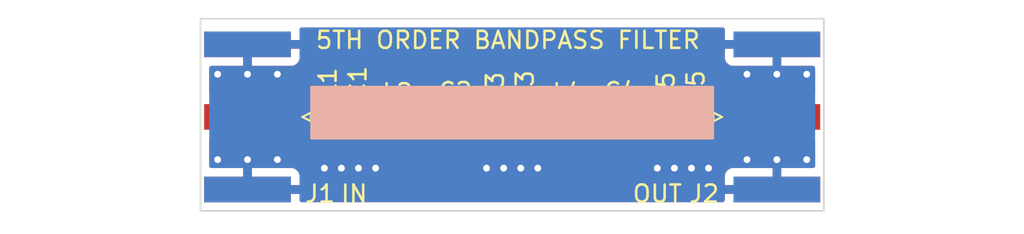
<source format=kicad_pcb>
(kicad_pcb (version 20211014) (generator pcbnew)
  (layers (0 "F.Cu" signal) (1 "In1.Cu" signal) (2 "In2.Cu" signal) (31 "B.Cu" signal) (34 "B.Paste" user) (35 "F.Paste" user) (36 "B.SilkS" user "B.Silkscreen") (37 "F.SilkS" user "F.Silkscreen") (38 "B.Mask" user) (39 "F.Mask" user) (44 "Edge.Cuts" user))
  (net 0 "")
  (net 1 "Net-(C2-Pad1)")
  (net 2 "Net-(L2-Pad2)")
  (net 3 "GND")
  (net 4 "Net-(C4-Pad1)")
  (net 5 "Net-(L4-Pad2)")
  (net 6 "Net-(J1-Pad1)")
  (footprint "Capacitor_SMD:C_0603_1608Metric" (layer "F.Cu") (at 143.5 82.25 -90)
    (fp_text reference "C3" (at -2.5 0 90) (layer "F.SilkS"))
    (fp_text value "CAP")
    (fp_line (start -0.14058 -0.51) (end 0.14058 -0.51) (layer "F.SilkS") (width 0.12))
    (fp_line (start -0.14058 0.51) (end 0.14058 0.51) (layer "F.SilkS") (width 0.12))
    (pad "1" smd roundrect (at -0.775 0 270) (size 0.9 0.95) (layers "F.Cu" "F.Paste" "F.Mask") (net 1 "Net-(C2-Pad1)"))
    (pad "2" smd roundrect (at 0.775 0 270) (size 0.9 0.95) (layers "F.Cu" "F.Paste" "F.Mask") (net 3 "GND"))
  )
  (footprint "Capacitor_SMD:C_0603_1608Metric" (layer "F.Cu") (at 133.7 82.2875 -90)
    (fp_text reference "C1" (at -2.7875 0 90) (layer "F.SilkS"))
    (fp_text value "CAP")
    (fp_line (start -0.14058 -0.51) (end 0.14058 -0.51) (layer "F.SilkS") (width 0.12))
    (fp_line (start -0.14058 0.51) (end 0.14058 0.51) (layer "F.SilkS") (width 0.12))
    (pad "1" smd roundrect (at -0.775 0 270) (size 0.9 0.95) (layers "F.Cu" "F.Paste" "F.Mask") (net 6 "Net-(J1-Pad1)"))
    (pad "2" smd roundrect (at 0.775 0 270) (size 0.9 0.95) (layers "F.Cu" "F.Paste" "F.Mask") (net 3 "GND"))
  )
  (footprint "Capacitor_SMD:C_0603_1608Metric" (layer "F.Cu") (at 139.275 81.5 180)
    (fp_text reference "C2" (at -0.14058 1.5) (layer "F.SilkS"))
    (fp_text value "CAP")
    (fp_line (start -0.14058 -0.51) (end 0.14058 -0.51) (layer "F.SilkS") (width 0.12))
    (fp_line (start -0.14058 0.51) (end 0.14058 0.51) (layer "F.SilkS") (width 0.12))
    (pad "1" smd roundrect (at -0.775 0 180) (size 0.9 0.95) (layers "F.Cu" "F.Paste" "F.Mask") (net 1 "Net-(C2-Pad1)"))
    (pad "2" smd roundrect (at 0.775 0 180) (size 0.9 0.95) (layers "F.Cu" "F.Paste" "F.Mask") (net 2 "Net-(L2-Pad2)"))
  )
  (footprint "Inductor_SMD:L_0603_1608Metric" (layer "F.Cu") (at 136.0375 81.5)
    (fp_text reference "L2" (at 0 -1.43) (layer "F.SilkS"))
    (fp_text value "L")
    (fp_line (start -0.162779 -0.51) (end 0.162779 -0.51) (layer "F.SilkS") (width 0.12))
    (fp_line (start -0.162779 0.51) (end 0.162779 0.51) (layer "F.SilkS") (width 0.12))
    (pad "1" smd roundrect (at -0.7875 0) (size 0.875 0.95) (layers "F.Cu" "F.Paste" "F.Mask") (net 6 "Net-(J1-Pad1)"))
    (pad "2" smd roundrect (at 0.7875 0) (size 0.875 0.95) (layers "F.Cu" "F.Paste" "F.Mask") (net 2 "Net-(L2-Pad2)"))
  )
  (footprint "Connector_Coaxial:SMA_Amphenol_132289_EdgeMount" (layer "F.Cu") (at 158.25 81.5)
    (fp_text reference "J2" (at -4.25 4.5 180) (layer "F.SilkS"))
    (fp_text value "Conn_Coaxial")
    (fp_line (start -3.71 -0.25) (end -3.71 0.25) (layer "F.SilkS") (width 0.12))
    (fp_line (start -3.71 0.25) (end -3.21 0) (layer "F.SilkS") (width 0.12))
    (fp_line (start -3.21 0) (end -3.71 -0.25) (layer "F.SilkS") (width 0.12))
    (pad "1" smd rect (at 0 0 90) (size 1.5 5.08) (layers "F.Cu" "F.Paste" "F.Mask") (net 4 "Net-(C4-Pad1)"))
    (pad "2" smd rect (at 0 4.25 90) (size 1.5 5.08) (layers "F.Cu" "F.Paste" "F.Mask") (net 3 "GND"))
    (pad "2" smd rect (at 0 4.25 90) (size 1.5 5.08) (layers "B.Cu" "B.Paste" "B.Mask") (net 3 "GND"))
    (pad "2" smd rect (at 0 -4.25 90) (size 1.5 5.08) (layers "F.Cu" "F.Paste" "F.Mask") (net 3 "GND"))
    (pad "2" smd rect (at 0 -4.25 90) (size 1.5 5.08) (layers "B.Cu" "B.Paste" "B.Mask") (net 3 "GND"))
  )
  (footprint "Capacitor_SMD:C_0603_1608Metric" (layer "F.Cu") (at 149.25 81.5 180)
    (fp_text reference "C4" (at 0.14058 1.5) (layer "F.SilkS"))
    (fp_text value "CAP")
    (fp_line (start -0.14058 -0.51) (end 0.14058 -0.51) (layer "F.SilkS") (width 0.12))
    (fp_line (start -0.14058 0.51) (end 0.14058 0.51) (layer "F.SilkS") (width 0.12))
    (pad "1" smd roundrect (at -0.775 0 180) (size 0.9 0.95) (layers "F.Cu" "F.Paste" "F.Mask") (net 4 "Net-(C4-Pad1)"))
    (pad "2" smd roundrect (at 0.775 0 180) (size 0.9 0.95) (layers "F.Cu" "F.Paste" "F.Mask") (net 5 "Net-(L4-Pad2)"))
  )
  (footprint "Capacitor_SMD:C_0603_1608Metric" (layer "F.Cu") (at 151.75 82.25 -90)
    (fp_text reference "C5" (at -2.5 -1.75 90) (layer "F.SilkS"))
    (fp_text value "CAP")
    (fp_line (start -0.14058 -0.51) (end 0.14058 -0.51) (layer "F.SilkS") (width 0.12))
    (fp_line (start -0.14058 0.51) (end 0.14058 0.51) (layer "F.SilkS") (width 0.12))
    (pad "1" smd roundrect (at -0.775 0 270) (size 0.9 0.95) (layers "F.Cu" "F.Paste" "F.Mask") (net 4 "Net-(C4-Pad1)"))
    (pad "2" smd roundrect (at 0.775 0 270) (size 0.9 0.95) (layers "F.Cu" "F.Paste" "F.Mask") (net 3 "GND"))
  )
  (footprint "Inductor_SMD:L_0603_1608Metric" (layer "F.Cu") (at 141.75 82.2875 90)
    (fp_text reference "L3" (at 2.5375 0 90) (layer "F.SilkS"))
    (fp_text value "L")
    (fp_line (start -0.162779 0.51) (end 0.162779 0.51) (layer "F.SilkS") (width 0.12))
    (fp_line (start -0.162779 -0.51) (end 0.162779 -0.51) (layer "F.SilkS") (width 0.12))
    (pad "1" smd roundrect (at -0.7875 0 90) (size 0.875 0.95) (layers "F.Cu" "F.Paste" "F.Mask") (net 3 "GND"))
    (pad "2" smd roundrect (at 0.7875 0 90) (size 0.875 0.95) (layers "F.Cu" "F.Paste" "F.Mask") (net 1 "Net-(C2-Pad1)"))
  )
  (footprint "Inductor_SMD:L_0603_1608Metric" (layer "F.Cu") (at 131.95 82.2875 90)
    (fp_text reference "L1" (at 2.7875 0 90) (layer "F.SilkS"))
    (fp_text value "L")
    (fp_line (start -0.162779 0.51) (end 0.162779 0.51) (layer "F.SilkS") (width 0.12))
    (fp_line (start -0.162779 -0.51) (end 0.162779 -0.51) (layer "F.SilkS") (width 0.12))
    (pad "1" smd roundrect (at -0.7875 0 90) (size 0.875 0.95) (layers "F.Cu" "F.Paste" "F.Mask") (net 3 "GND"))
    (pad "2" smd roundrect (at 0.7875 0 90) (size 0.875 0.95) (layers "F.Cu" "F.Paste" "F.Mask") (net 6 "Net-(J1-Pad1)"))
  )
  (footprint "Connector_Coaxial:SMA_Amphenol_132289_EdgeMount" (layer "F.Cu") (at 127.25 81.5 180)
    (fp_text reference "J1" (at -4.25 -4.5) (layer "F.SilkS"))
    (fp_text value "Conn_Coaxial")
    (fp_line (start -3.21 0) (end -3.71 -0.25) (layer "F.SilkS") (width 0.12))
    (fp_line (start -3.71 0.25) (end -3.21 0) (layer "F.SilkS") (width 0.12))
    (fp_line (start -3.71 -0.25) (end -3.71 0.25) (layer "F.SilkS") (width 0.12))
    (pad "1" smd rect (at 0 0 270) (size 1.5 5.08) (layers "F.Cu" "F.Paste" "F.Mask") (net 6 "Net-(J1-Pad1)"))
    (pad "2" smd rect (at 0 -4.25 270) (size 1.5 5.08) (layers "F.Cu" "F.Paste" "F.Mask") (net 3 "GND"))
    (pad "2" smd rect (at 0 -4.25 270) (size 1.5 5.08) (layers "B.Cu" "B.Paste" "B.Mask") (net 3 "GND"))
    (pad "2" smd rect (at 0 4.25 270) (size 1.5 5.08) (layers "B.Cu" "B.Paste" "B.Mask") (net 3 "GND"))
    (pad "2" smd rect (at 0 4.25 270) (size 1.5 5.08) (layers "F.Cu" "F.Paste" "F.Mask") (net 3 "GND"))
  )
  (footprint "Inductor_SMD:L_0603_1608Metric" (layer "F.Cu") (at 153.5 82.25 90)
    (fp_text reference "L5" (at 2.5 -1.75 90) (layer "F.SilkS"))
    (fp_text value "L")
    (fp_line (start -0.162779 0.51) (end 0.162779 0.51) (layer "F.SilkS") (width 0.12))
    (fp_line (start -0.162779 -0.51) (end 0.162779 -0.51) (layer "F.SilkS") (width 0.12))
    (pad "1" smd roundrect (at -0.7875 0 90) (size 0.875 0.95) (layers "F.Cu" "F.Paste" "F.Mask") (net 3 "GND"))
    (pad "2" smd roundrect (at 0.7875 0 90) (size 0.875 0.95) (layers "F.Cu" "F.Paste" "F.Mask") (net 4 "Net-(C4-Pad1)"))
  )
  (footprint "Inductor_SMD:L_0603_1608Metric" (layer "F.Cu") (at 146 81.5)
    (fp_text reference "L4" (at 0 -1.43) (layer "F.SilkS"))
    (fp_text value "L")
    (fp_line (start -0.162779 -0.51) (end 0.162779 -0.51) (layer "F.SilkS") (width 0.12))
    (fp_line (start -0.162779 0.51) (end 0.162779 0.51) (layer "F.SilkS") (width 0.12))
    (pad "1" smd roundrect (at -0.7875 0) (size 0.875 0.95) (layers "F.Cu" "F.Paste" "F.Mask") (net 1 "Net-(C2-Pad1)"))
    (pad "2" smd roundrect (at 0.7875 0) (size 0.875 0.95) (layers "F.Cu" "F.Paste" "F.Mask") (net 5 "Net-(L4-Pad2)"))
  )
  (gr_rect (start 131 79.75) (end 154.5 82.75) (layer "B.SilkS") (width 0.15) (fill solid))
  (gr_rect (start 161 75.75) (end 124.5 87) (layer "Edge.Cuts") (width 0.1) (fill none))
  (gr_text "IN\n" (at 133.5 86) (layer "F.SilkS") (effects (font (size 1 1))))
  (gr_text "OUT\n" (at 151.25 86) (layer "F.SilkS") (effects (font (size 1 1))))
  (gr_text "5TH ORDER BANDPASS FILTER" (at 142.5 77) (layer "F.SilkS") (effects (font (size 1 1))))
  (segment (start 140.05 81.5) (end 145.2125 81.5) (width 0.29337) (layer "F.Cu") (net 1))
  (segment (start 136.825 81.5) (end 138.5 81.5) (width 0.29337) (layer "F.Cu") (net 2))
  (via (at 127.25 79) (size 0.8) (drill 0.4) (layers "F.Cu" "B.Cu") (net 3))
  (via (at 134.75 84.5) (size 0.8) (drill 0.4) (layers "F.Cu" "B.Cu") (net 3))
  (via (at 129 84) (size 0.8) (drill 0.4) (layers "F.Cu" "B.Cu") (net 3))
  (via (at 153.25 84.5) (size 0.8) (drill 0.4) (layers "F.Cu" "B.Cu") (net 3))
  (via (at 129 79) (size 0.8) (drill 0.4) (layers "F.Cu" "B.Cu") (net 3))
  (via (at 142.25 84.5) (size 0.8) (drill 0.4) (layers "F.Cu" "B.Cu") (net 3))
  (via (at 132.75 84.5) (size 0.8) (drill 0.4) (layers "F.Cu" "B.Cu") (net 3))
  (via (at 151.25 84.5) (size 0.8) (drill 0.4) (layers "F.Cu" "B.Cu") (net 3))
  (via (at 158.25 84) (size 0.8) (drill 0.4) (layers "F.Cu" "B.Cu") (net 3))
  (via (at 152.25 84.5) (size 0.8) (drill 0.4) (layers "F.Cu" "B.Cu") (net 3))
  (via (at 156.5 84) (size 0.8) (drill 0.4) (layers "F.Cu" "B.Cu") (net 3))
  (via (at 154.25 84.5) (size 0.8) (drill 0.4) (layers "F.Cu" "B.Cu") (net 3))
  (via (at 160 84) (size 0.8) (drill 0.4) (layers "F.Cu" "B.Cu") (net 3))
  (via (at 141.25 84.5) (size 0.8) (drill 0.4) (layers "F.Cu" "B.Cu") (net 3))
  (via (at 125.5 84) (size 0.8) (drill 0.4) (layers "F.Cu" "B.Cu") (net 3))
  (via (at 131.75 84.5) (size 0.8) (drill 0.4) (layers "F.Cu" "B.Cu") (net 3))
  (via (at 144.25 84.5) (size 0.8) (drill 0.4) (layers "F.Cu" "B.Cu") (net 3))
  (via (at 158.25 79) (size 0.8) (drill 0.4) (layers "F.Cu" "B.Cu") (net 3))
  (via (at 160 79) (size 0.8) (drill 0.4) (layers "F.Cu" "B.Cu") (net 3))
  (via (at 133.75 84.5) (size 0.8) (drill 0.4) (layers "F.Cu" "B.Cu") (net 3))
  (via (at 127.25 84) (size 0.8) (drill 0.4) (layers "F.Cu" "B.Cu") (net 3))
  (via (at 125.5 79) (size 0.8) (drill 0.4) (layers "F.Cu" "B.Cu") (net 3))
  (via (at 156.5 79) (size 0.8) (drill 0.4) (layers "F.Cu" "B.Cu") (net 3))
  (via (at 143.25 84.5) (size 0.8) (drill 0.4) (layers "F.Cu" "B.Cu") (net 3))
  (segment (start 150.025 81.5) (end 158.25 81.5) (width 0.29337) (layer "F.Cu") (net 4))
  (segment (start 146.7875 81.5) (end 148.475 81.5) (width 0.29337) (layer "F.Cu") (net 5))
  (segment (start 127.25 81.5) (end 135.25 81.5) (width 0.29337) (layer "F.Cu") (net 6))
  (zone (net 3) (net_name "GND") (layers "F.Cu" "In1.Cu" "In2.Cu" "B.Cu") (connect_pads (clearance 0.508)) (min_thickness 0.254) (fill yes (thermal_gap 0.508) (thermal_bridge_width 0.508))
    (polygon (pts (xy 161 87) (xy 124.5 87) (xy 124.5 75.75) (xy 161 75.75)))
  )
)
</source>
